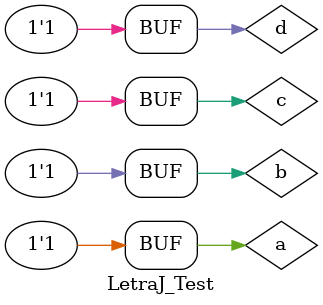
<source format=v>
/*
-------------------------------------
PUC-Minas - Ciência da Computação 
ARQ1  Extra01
Entrega: 30/09/2011
Mateus Augusto Moraes Ferreira   Matricula:435669
------------------------------------- 
Atividade: Correçao Prova de ARQ1 
------------------------------------------------
j.) montar a descrição por portas do Verilog do 
módulo capaz de calcular s2 pela expressão em (d)
------------------------------------------------
*/

module LetraJ (output s2, input a, input b,
               input c, input d);


wire cnot,dnot;
wire w1,w2,w3,w4,w5;
wire s1;


not not1 (cnot,c);
not not2 (dnot,d);

and and1 (w1,b,cnot);
and and2 (w2,w1,dnot);
and and3 (w3,a,b);
and and4 (w4,w3,dnot);
and and5 (w5,a,cnot);

or or1 (s1,w2,w4);
or	or2 (s2,s1,w5);

endmodule//LetraJ

module LetraJ_Test;

reg a,b,c,d;
wire s2;

LetraJ teste1 (s2,a,b,c,d);

initial begin
$display("Correcao Prova ARQ1 - Letra j.)");
$display("Mateus Augusto Moraes Ferreira Matricula:435669");
$display("ab/cd  s2");
a=0; b=0; c=0; d=0;//--0
$monitor("%b%b %b%b  %b",a,b,c,d,s2);
#1 a=0; b=0; c=0; d=1;//--1
#1 a=0; b=0; c=1; d=0;//--2
#1 a=0; b=0; c=1; d=1;//--3
#1 a=0; b=1; c=0; d=0;//--4
#1 a=0; b=1; c=0; d=1;//--5
#1 a=0; b=1; c=1; d=0;//--6
#1 a=0; b=1; c=1; d=1;//--7
#1 a=1; b=0; c=0; d=0;//--8
#1 a=1; b=0; c=0; d=1;//--9
#1 a=1; b=0; c=1; d=0;//--10
#1 a=1; b=0; c=1; d=1;//--11
#1 a=1; b=1; c=0; d=0;//--12
#1 a=1; b=1; c=0; d=1;//--13
#1 a=1; b=1; c=1; d=0;//--14
#1 a=1; b=1; c=1; d=1;//--15

end
endmodule//LetraJ_Test
				
</source>
